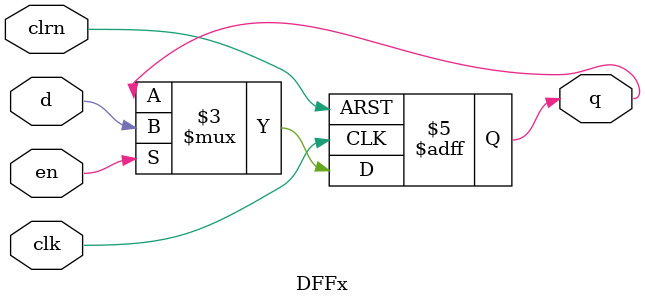
<source format=v>
module regFile (clock, ctrl_writeEnable, ctrl_reset, ctrl_writeReg, ctrl_readRegA, ctrl_readRegB, data_writeReg, data_readRegA, data_readRegB);
	input clock, ctrl_writeEnable, ctrl_reset;
	input [4:0] ctrl_writeReg;
	input [4:0] ctrl_readRegA; 
	input [4:0] ctrl_readRegB;
	input [31:0] data_writeReg;
	output [31:0] data_readRegA;
	output [31:0] data_readRegB;
	//control local vars
	wire [31:0] oneHotW;
	wire [31:0] oneHotRA;
	wire [31:0] oneHotRB;
	
	decoder5B decW(ctrl_writeReg, oneHotW);
	decoder5B decRA(ctrl_readRegA, oneHotRA);
	decoder5B decRB(ctrl_readRegB, oneHotRB);

	genvar i;
	generate
		for (i = 1; i < 32 ; i = i + 1) begin: loop1
			wire [31:0] myW;
			register32B my_reg(.clock(clock)
								,.wrE(ctrl_writeEnable & oneHotW[i])
								,.din(data_writeReg)
								,.rs(ctrl_reset)
								,.dout(myW));
			tri_set tri_a(.inp(myW), .outp(data_readRegA), .en(oneHotRA[i]));
			tri_set tri_b(.inp(myW), .outp(data_readRegB), .en(oneHotRB[i]));
		end 
	endgenerate
	wire [31:0] myWx;
	register32B my_reg0(.clock(clock),.wrE('b0), .din(data_writeReg), .rs('b1), .dout(myWx));			
	tri_set tri_a(.inp(myWx), .outp(data_readRegA), .en(oneHotRA[0]));
	tri_set tri_b(.inp(myWx), .outp(data_readRegB), .en(oneHotRB[0]));
			
endmodule


module register32B (wrE, din, rs, dout, clock);
	input wrE, rs, clock;
	input [31:0] din;
	output [31:0] dout;
	genvar i;
	generate
		for (i = 0; i < 32; i = i + 1) begin: loop1
			DFFx a_dff(.d(din[i]), .clk(clock), .q(dout[i]), .clrn(rs), .en(wrE));
		end
	endgenerate
endmodule

module tri_set(inp, en, outp);
	input [31:0] inp, en;
	output [31:0] outp;
	
	genvar i;
	generate
		for (i = 0; i < 32; i = i + 1) begin: loop1
			TRI a_tri(.in(inp[i]), .out(outp[i]), .oe(en));
		end
	endgenerate
endmodule

module DFFx(d, clrn, clk, q, en); 
	input d, clrn, clk, en;
	output q; 
	reg q;
	
always @(posedge clk or posedge clrn) 
	begin 
		if(clrn) 
			begin q = 1'b0;
			end 
		else if (en) 
			begin q = d;	
			end
	end
endmodule

</source>
